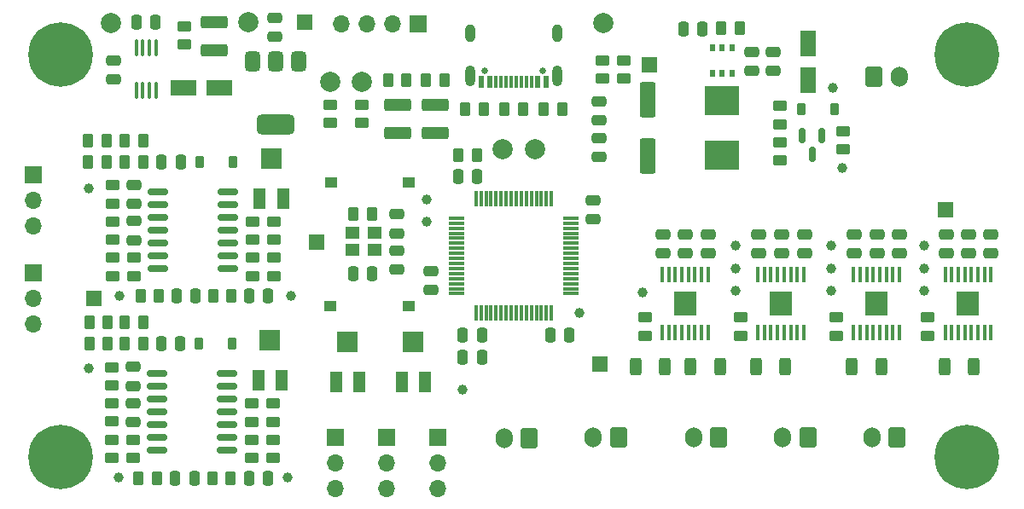
<source format=gbr>
%TF.GenerationSoftware,KiCad,Pcbnew,8.0.1*%
%TF.CreationDate,2024-05-16T21:36:52+02:00*%
%TF.ProjectId,OpenHand_v2,4f70656e-4861-46e6-945f-76322e6b6963,rev?*%
%TF.SameCoordinates,Original*%
%TF.FileFunction,Soldermask,Top*%
%TF.FilePolarity,Negative*%
%FSLAX46Y46*%
G04 Gerber Fmt 4.6, Leading zero omitted, Abs format (unit mm)*
G04 Created by KiCad (PCBNEW 8.0.1) date 2024-05-16 21:36:52*
%MOMM*%
%LPD*%
G01*
G04 APERTURE LIST*
G04 Aperture macros list*
%AMRoundRect*
0 Rectangle with rounded corners*
0 $1 Rounding radius*
0 $2 $3 $4 $5 $6 $7 $8 $9 X,Y pos of 4 corners*
0 Add a 4 corners polygon primitive as box body*
4,1,4,$2,$3,$4,$5,$6,$7,$8,$9,$2,$3,0*
0 Add four circle primitives for the rounded corners*
1,1,$1+$1,$2,$3*
1,1,$1+$1,$4,$5*
1,1,$1+$1,$6,$7*
1,1,$1+$1,$8,$9*
0 Add four rect primitives between the rounded corners*
20,1,$1+$1,$2,$3,$4,$5,0*
20,1,$1+$1,$4,$5,$6,$7,0*
20,1,$1+$1,$6,$7,$8,$9,0*
20,1,$1+$1,$8,$9,$2,$3,0*%
G04 Aperture macros list end*
%ADD10C,1.000000*%
%ADD11RoundRect,0.250000X0.450000X-0.262500X0.450000X0.262500X-0.450000X0.262500X-0.450000X-0.262500X0*%
%ADD12RoundRect,0.250000X0.250000X0.475000X-0.250000X0.475000X-0.250000X-0.475000X0.250000X-0.475000X0*%
%ADD13C,0.800000*%
%ADD14C,6.400000*%
%ADD15RoundRect,0.250000X-0.475000X0.250000X-0.475000X-0.250000X0.475000X-0.250000X0.475000X0.250000X0*%
%ADD16RoundRect,0.250000X-0.250000X-0.475000X0.250000X-0.475000X0.250000X0.475000X-0.250000X0.475000X0*%
%ADD17RoundRect,0.250000X-0.450000X0.262500X-0.450000X-0.262500X0.450000X-0.262500X0.450000X0.262500X0*%
%ADD18RoundRect,0.250000X0.600000X0.750000X-0.600000X0.750000X-0.600000X-0.750000X0.600000X-0.750000X0*%
%ADD19O,1.700000X2.000000*%
%ADD20RoundRect,0.250000X-0.312500X-0.625000X0.312500X-0.625000X0.312500X0.625000X-0.312500X0.625000X0*%
%ADD21C,2.000000*%
%ADD22R,2.310000X2.460000*%
%ADD23RoundRect,0.100000X0.100000X-0.687500X0.100000X0.687500X-0.100000X0.687500X-0.100000X-0.687500X0*%
%ADD24RoundRect,0.250000X-0.262500X-0.450000X0.262500X-0.450000X0.262500X0.450000X-0.262500X0.450000X0*%
%ADD25RoundRect,0.250000X-1.075000X0.375000X-1.075000X-0.375000X1.075000X-0.375000X1.075000X0.375000X0*%
%ADD26R,1.500000X1.500000*%
%ADD27R,1.300000X2.000000*%
%ADD28R,2.000000X2.000000*%
%ADD29R,1.700000X1.700000*%
%ADD30O,1.700000X1.700000*%
%ADD31RoundRect,0.250000X0.475000X-0.250000X0.475000X0.250000X-0.475000X0.250000X-0.475000X-0.250000X0*%
%ADD32R,1.250000X1.000000*%
%ADD33RoundRect,0.225000X-0.225000X-0.375000X0.225000X-0.375000X0.225000X0.375000X-0.225000X0.375000X0*%
%ADD34RoundRect,0.250000X0.550000X-1.050000X0.550000X1.050000X-0.550000X1.050000X-0.550000X-1.050000X0*%
%ADD35RoundRect,0.100000X-0.100000X0.712500X-0.100000X-0.712500X0.100000X-0.712500X0.100000X0.712500X0*%
%ADD36RoundRect,0.150000X-0.837500X-0.150000X0.837500X-0.150000X0.837500X0.150000X-0.837500X0.150000X0*%
%ADD37RoundRect,0.250000X0.262500X0.450000X-0.262500X0.450000X-0.262500X-0.450000X0.262500X-0.450000X0*%
%ADD38RoundRect,0.250000X-0.600000X-0.750000X0.600000X-0.750000X0.600000X0.750000X-0.600000X0.750000X0*%
%ADD39RoundRect,0.375000X-0.375000X0.625000X-0.375000X-0.625000X0.375000X-0.625000X0.375000X0.625000X0*%
%ADD40RoundRect,0.500000X-1.400000X0.500000X-1.400000X-0.500000X1.400000X-0.500000X1.400000X0.500000X0*%
%ADD41R,3.500000X2.950000*%
%ADD42RoundRect,0.250000X0.550000X-1.500000X0.550000X1.500000X-0.550000X1.500000X-0.550000X-1.500000X0*%
%ADD43RoundRect,0.250000X0.312500X0.625000X-0.312500X0.625000X-0.312500X-0.625000X0.312500X-0.625000X0*%
%ADD44C,0.650000*%
%ADD45R,0.600000X1.240000*%
%ADD46R,0.300000X1.240000*%
%ADD47O,1.000000X2.100000*%
%ADD48O,1.000000X1.800000*%
%ADD49RoundRect,0.150000X-0.150000X0.587500X-0.150000X-0.587500X0.150000X-0.587500X0.150000X0.587500X0*%
%ADD50R,1.400000X1.200000*%
%ADD51R,0.549999X0.800001*%
%ADD52RoundRect,0.250000X-1.050000X-0.550000X1.050000X-0.550000X1.050000X0.550000X-1.050000X0.550000X0*%
%ADD53RoundRect,0.075000X-0.700000X-0.075000X0.700000X-0.075000X0.700000X0.075000X-0.700000X0.075000X0*%
%ADD54RoundRect,0.075000X-0.075000X-0.700000X0.075000X-0.700000X0.075000X0.700000X-0.075000X0.700000X0*%
G04 APERTURE END LIST*
D10*
%TO.C,TP15*%
X182600000Y-116300000D03*
%TD*%
D11*
%TO.C,R46*%
X182000000Y-132912500D03*
X182000000Y-131087500D03*
%TD*%
D12*
%TO.C,C29*%
X125650000Y-129000000D03*
X123750000Y-129000000D03*
%TD*%
D13*
%TO.C,H4*%
X192600000Y-145000000D03*
X193302944Y-143302944D03*
X193302944Y-146697056D03*
X195000000Y-142600000D03*
D14*
X195000000Y-145000000D03*
D13*
X195000000Y-147400000D03*
X196697056Y-143302944D03*
X196697056Y-146697056D03*
X197400000Y-145000000D03*
%TD*%
D15*
%TO.C,C32*%
X183800000Y-122850000D03*
X183800000Y-124750000D03*
%TD*%
D10*
%TO.C,TP20*%
X107800000Y-118300000D03*
%TD*%
D16*
%TO.C,C13*%
X166850000Y-102425000D03*
X168750000Y-102425000D03*
%TD*%
D17*
%TO.C,R20*%
X110100000Y-136037500D03*
X110100000Y-137862500D03*
%TD*%
D10*
%TO.C,TP25*%
X110800000Y-147000000D03*
%TD*%
D18*
%TO.C,J1*%
X170350000Y-143035000D03*
D19*
X167850000Y-143035000D03*
%TD*%
D12*
%TO.C,C27*%
X118450000Y-129000000D03*
X116550000Y-129000000D03*
%TD*%
D15*
%TO.C,C5*%
X157900000Y-119450001D03*
X157900000Y-121349999D03*
%TD*%
D10*
%TO.C,TP34*%
X190750000Y-126250000D03*
%TD*%
D12*
%TO.C,C20*%
X114450000Y-101800000D03*
X112550000Y-101800000D03*
%TD*%
D20*
%TO.C,R48*%
X183537500Y-136000000D03*
X186462500Y-136000000D03*
%TD*%
D21*
%TO.C,TP18*%
X110000000Y-101900000D03*
%TD*%
D15*
%TO.C,C35*%
X178900000Y-122850000D03*
X178900000Y-124750000D03*
%TD*%
D21*
%TO.C,TP17*%
X158850000Y-101850000D03*
%TD*%
D11*
%TO.C,R31*%
X110100000Y-141450000D03*
X110100000Y-139625000D03*
%TD*%
D22*
%TO.C,U10*%
X167000000Y-129750000D03*
D23*
X164725000Y-132612500D03*
X165375000Y-132612500D03*
X166025000Y-132612500D03*
X166675000Y-132612500D03*
X167325000Y-132612500D03*
X167975000Y-132612500D03*
X168625000Y-132612500D03*
X169275000Y-132612500D03*
X169275000Y-126887500D03*
X168625000Y-126887500D03*
X167975000Y-126887500D03*
X167325000Y-126887500D03*
X166675000Y-126887500D03*
X166025000Y-126887500D03*
X165375000Y-126887500D03*
X164725000Y-126887500D03*
%TD*%
D11*
%TO.C,R45*%
X172500000Y-132912500D03*
X172500000Y-131087500D03*
%TD*%
D24*
%TO.C,R35*%
X120175000Y-129000000D03*
X122000000Y-129000000D03*
%TD*%
D21*
%TO.C,TP12*%
X134957500Y-107705000D03*
%TD*%
D25*
%TO.C,D4*%
X120300000Y-101800000D03*
X120300000Y-104600000D03*
%TD*%
D26*
%TO.C,TP6*%
X108350000Y-129200000D03*
%TD*%
D27*
%TO.C,RV1*%
X141200000Y-137500000D03*
D28*
X140050000Y-133500000D03*
D27*
X138900000Y-137500000D03*
%TD*%
D17*
%TO.C,R40*%
X124000000Y-139637500D03*
X124000000Y-141462500D03*
%TD*%
D15*
%TO.C,C15*%
X158500000Y-113275000D03*
X158500000Y-115175000D03*
%TD*%
D17*
%TO.C,R41*%
X124100000Y-125187500D03*
X124100000Y-127012500D03*
%TD*%
D13*
%TO.C,H1*%
X102600000Y-105000000D03*
X103302944Y-103302944D03*
X103302944Y-106697056D03*
X105000000Y-102600000D03*
D14*
X105000000Y-105000000D03*
D13*
X105000000Y-107400000D03*
X106697056Y-103302944D03*
X106697056Y-106697056D03*
X107400000Y-105000000D03*
%TD*%
D10*
%TO.C,TP23*%
X127600000Y-147000000D03*
%TD*%
%TO.C,TP1*%
X144900000Y-138300000D03*
%TD*%
D24*
%TO.C,R1*%
X152987500Y-110400000D03*
X154812500Y-110400000D03*
%TD*%
D26*
%TO.C,TP11*%
X163500000Y-106000000D03*
%TD*%
D11*
%TO.C,R49*%
X191100000Y-132912500D03*
X191100000Y-131087500D03*
%TD*%
D15*
%TO.C,C37*%
X192900000Y-122850000D03*
X192900000Y-124750000D03*
%TD*%
D11*
%TO.C,R37*%
X126100000Y-141462500D03*
X126100000Y-139637500D03*
%TD*%
D12*
%TO.C,C30*%
X125650000Y-147050000D03*
X123750000Y-147050000D03*
%TD*%
%TO.C,C4*%
X155499998Y-132900000D03*
X153600000Y-132900000D03*
%TD*%
D29*
%TO.C,J13*%
X142500000Y-143000000D03*
D30*
X142500000Y-145540000D03*
X142500000Y-148080000D03*
%TD*%
D12*
%TO.C,C3*%
X146850000Y-132899999D03*
X144950000Y-132900001D03*
%TD*%
D31*
%TO.C,C17*%
X110300000Y-107500000D03*
X110300000Y-105600000D03*
%TD*%
D32*
%TO.C,SW1*%
X131825000Y-130000000D03*
X139575000Y-130000000D03*
%TD*%
D24*
%TO.C,R36*%
X120087500Y-147050000D03*
X121912500Y-147050000D03*
%TD*%
D16*
%TO.C,C2*%
X144500002Y-117100000D03*
X146400000Y-117100000D03*
%TD*%
D31*
%TO.C,C18*%
X126300000Y-103250000D03*
X126300000Y-101350000D03*
%TD*%
D21*
%TO.C,TP3*%
X148900000Y-114400000D03*
%TD*%
D33*
%TO.C,D3*%
X178525000Y-110452500D03*
X181825000Y-110452500D03*
%TD*%
D31*
%TO.C,C6*%
X141800000Y-128400000D03*
X141800000Y-126500000D03*
%TD*%
D11*
%TO.C,R11*%
X176400000Y-115512500D03*
X176400000Y-113687500D03*
%TD*%
D20*
%TO.C,R51*%
X162075000Y-136000000D03*
X165000000Y-136000000D03*
%TD*%
D15*
%TO.C,C42*%
X169300000Y-122850000D03*
X169300000Y-124750000D03*
%TD*%
D18*
%TO.C,J7*%
X151550000Y-143067500D03*
D19*
X149050000Y-143067500D03*
%TD*%
D34*
%TO.C,C10*%
X179200000Y-107525000D03*
X179200000Y-103925000D03*
%TD*%
D31*
%TO.C,C12*%
X173600000Y-106625000D03*
X173600000Y-104725000D03*
%TD*%
D11*
%TO.C,R38*%
X126200000Y-123412500D03*
X126200000Y-121587500D03*
%TD*%
D29*
%TO.C,J12*%
X140530000Y-102000000D03*
D30*
X137990000Y-102000000D03*
X135450000Y-102000000D03*
X132910000Y-102000000D03*
%TD*%
D33*
%TO.C,D6*%
X118750000Y-133750000D03*
X122050000Y-133750000D03*
%TD*%
D17*
%TO.C,R15*%
X117300000Y-102187500D03*
X117300000Y-104012500D03*
%TD*%
D35*
%TO.C,U4*%
X114500000Y-104337500D03*
X113850000Y-104337500D03*
X113200000Y-104337500D03*
X112550000Y-104337500D03*
X112550000Y-108562500D03*
X113200000Y-108562500D03*
X113850000Y-108562500D03*
X114500000Y-108562500D03*
%TD*%
D36*
%TO.C,U5*%
X114700000Y-118650000D03*
X114700000Y-119920000D03*
X114700000Y-121190000D03*
X114700000Y-122460000D03*
X114700000Y-123730000D03*
X114700000Y-125000000D03*
X114700000Y-126270000D03*
X121625000Y-126270000D03*
X121625000Y-125000000D03*
X121625000Y-123730000D03*
X121625000Y-122460000D03*
X121625000Y-121190000D03*
X121625000Y-119920000D03*
X121625000Y-118650000D03*
%TD*%
D29*
%TO.C,J11*%
X102300000Y-126700000D03*
D30*
X102300000Y-129240000D03*
X102300000Y-131780000D03*
%TD*%
D17*
%TO.C,R16*%
X160900000Y-105587500D03*
X160900000Y-107412500D03*
%TD*%
D12*
%TO.C,C1*%
X135950000Y-126800000D03*
X134050000Y-126800000D03*
%TD*%
D37*
%TO.C,R9*%
X146362501Y-115000000D03*
X144537501Y-115000000D03*
%TD*%
D24*
%TO.C,R6*%
X134087500Y-120800000D03*
X135912500Y-120800000D03*
%TD*%
D37*
%TO.C,R22*%
X109712500Y-131600000D03*
X107887500Y-131600000D03*
%TD*%
D15*
%TO.C,C31*%
X174300000Y-122850000D03*
X174300000Y-124750000D03*
%TD*%
D22*
%TO.C,U8*%
X186000000Y-129750000D03*
D23*
X183725000Y-132612500D03*
X184375000Y-132612500D03*
X185025000Y-132612500D03*
X185675000Y-132612500D03*
X186325000Y-132612500D03*
X186975000Y-132612500D03*
X187625000Y-132612500D03*
X188275000Y-132612500D03*
X188275000Y-126887500D03*
X187625000Y-126887500D03*
X186975000Y-126887500D03*
X186325000Y-126887500D03*
X185675000Y-126887500D03*
X185025000Y-126887500D03*
X184375000Y-126887500D03*
X183725000Y-126887500D03*
%TD*%
D15*
%TO.C,C25*%
X112200000Y-136000000D03*
X112200000Y-137900000D03*
%TD*%
D12*
%TO.C,C28*%
X118300000Y-147050000D03*
X116400000Y-147050000D03*
%TD*%
D27*
%TO.C,RV3*%
X127100000Y-119300000D03*
D28*
X125950000Y-115300000D03*
D27*
X124800000Y-119300000D03*
%TD*%
D12*
%TO.C,C22*%
X116900000Y-133750000D03*
X115000000Y-133750000D03*
%TD*%
D22*
%TO.C,U9*%
X195080000Y-129750000D03*
D23*
X192805000Y-132612500D03*
X193455000Y-132612500D03*
X194105000Y-132612500D03*
X194755000Y-132612500D03*
X195405000Y-132612500D03*
X196055000Y-132612500D03*
X196705000Y-132612500D03*
X197355000Y-132612500D03*
X197355000Y-126887500D03*
X196705000Y-126887500D03*
X196055000Y-126887500D03*
X195405000Y-126887500D03*
X194755000Y-126887500D03*
X194105000Y-126887500D03*
X193455000Y-126887500D03*
X192805000Y-126887500D03*
%TD*%
D15*
%TO.C,C34*%
X186100000Y-122850000D03*
X186100000Y-124750000D03*
%TD*%
D37*
%TO.C,R2*%
X147012500Y-110400000D03*
X145187500Y-110400000D03*
%TD*%
D31*
%TO.C,C8*%
X138400000Y-122749999D03*
X138400000Y-120850001D03*
%TD*%
D11*
%TO.C,R28*%
X110200000Y-123412500D03*
X110200000Y-121587500D03*
%TD*%
D17*
%TO.C,R34*%
X110100000Y-143237500D03*
X110100000Y-145062500D03*
%TD*%
D27*
%TO.C,RV2*%
X134650000Y-137500000D03*
D28*
X133500000Y-133500000D03*
D27*
X132350000Y-137500000D03*
%TD*%
D15*
%TO.C,C24*%
X112300000Y-121550000D03*
X112300000Y-123450000D03*
%TD*%
D27*
%TO.C,RV4*%
X126950000Y-137350000D03*
D28*
X125800000Y-133350000D03*
D27*
X124650000Y-137350000D03*
%TD*%
D29*
%TO.C,J4*%
X132340000Y-143000000D03*
D30*
X132340000Y-145540000D03*
X132340000Y-148080000D03*
%TD*%
D11*
%TO.C,R10*%
X176400000Y-111912500D03*
X176400000Y-110087500D03*
%TD*%
D20*
%TO.C,R52*%
X192737500Y-136000000D03*
X195662500Y-136000000D03*
%TD*%
D15*
%TO.C,C26*%
X112200000Y-139600000D03*
X112200000Y-141500000D03*
%TD*%
D24*
%TO.C,R26*%
X112787500Y-147050000D03*
X114612500Y-147050000D03*
%TD*%
D36*
%TO.C,U6*%
X114637500Y-136700000D03*
X114637500Y-137970000D03*
X114637500Y-139240000D03*
X114637500Y-140510000D03*
X114637500Y-141780000D03*
X114637500Y-143050000D03*
X114637500Y-144320000D03*
X121562500Y-144320000D03*
X121562500Y-143050000D03*
X121562500Y-141780000D03*
X121562500Y-140510000D03*
X121562500Y-139240000D03*
X121562500Y-137970000D03*
X121562500Y-136700000D03*
%TD*%
D38*
%TO.C,J3*%
X185750000Y-107232500D03*
D19*
X188250000Y-107232500D03*
%TD*%
D10*
%TO.C,TP31*%
X181500000Y-124000000D03*
%TD*%
%TO.C,TP24*%
X110900000Y-129000000D03*
%TD*%
D17*
%TO.C,R39*%
X124100000Y-121587500D03*
X124100000Y-123412500D03*
%TD*%
D10*
%TO.C,TP35*%
X190750000Y-124000000D03*
%TD*%
D37*
%TO.C,R3*%
X150912500Y-110400000D03*
X149087500Y-110400000D03*
%TD*%
D31*
%TO.C,C16*%
X158500000Y-111525000D03*
X158500000Y-109625000D03*
%TD*%
D15*
%TO.C,C9*%
X138400000Y-124450001D03*
X138400000Y-126349999D03*
%TD*%
D31*
%TO.C,C11*%
X175700000Y-106625000D03*
X175700000Y-104725000D03*
%TD*%
D10*
%TO.C,TP33*%
X162800000Y-128600000D03*
%TD*%
%TO.C,TP30*%
X172000000Y-124000000D03*
%TD*%
D39*
%TO.C,U3*%
X128700000Y-105650000D03*
X126400000Y-105650000D03*
D40*
X126400000Y-111950000D03*
D39*
X124100000Y-105650000D03*
%TD*%
D37*
%TO.C,R30*%
X113225000Y-133750000D03*
X111400000Y-133750000D03*
%TD*%
D41*
%TO.C,L1*%
X170700000Y-109575000D03*
X170700000Y-115025000D03*
%TD*%
D42*
%TO.C,C14*%
X163300000Y-115100000D03*
X163300000Y-109500000D03*
%TD*%
D17*
%TO.C,R5*%
X134957500Y-109992500D03*
X134957500Y-111817500D03*
%TD*%
D10*
%TO.C,TP32*%
X190750000Y-128450000D03*
%TD*%
D17*
%TO.C,R29*%
X112300000Y-125175000D03*
X112300000Y-127000000D03*
%TD*%
D24*
%TO.C,R12*%
X170587500Y-102400000D03*
X172412500Y-102400000D03*
%TD*%
D37*
%TO.C,R27*%
X113225000Y-115700000D03*
X111400000Y-115700000D03*
%TD*%
D21*
%TO.C,TP13*%
X131757500Y-107705000D03*
%TD*%
D17*
%TO.C,R33*%
X110200000Y-125162500D03*
X110200000Y-126987500D03*
%TD*%
D43*
%TO.C,R53*%
X170462500Y-136000000D03*
X167537500Y-136000000D03*
%TD*%
D20*
%TO.C,R47*%
X174037500Y-136000000D03*
X176962500Y-136000000D03*
%TD*%
D13*
%TO.C,H3*%
X102600000Y-145000000D03*
X103302944Y-143302944D03*
X103302944Y-146697056D03*
X105000000Y-142600000D03*
D14*
X105000000Y-145000000D03*
D13*
X105000000Y-147400000D03*
X106697056Y-143302944D03*
X106697056Y-146697056D03*
X107400000Y-145000000D03*
%TD*%
D29*
%TO.C,J9*%
X137420000Y-143000000D03*
D30*
X137420000Y-145540000D03*
X137420000Y-148080000D03*
%TD*%
D21*
%TO.C,TP2*%
X152100000Y-114400000D03*
%TD*%
D37*
%TO.C,R23*%
X109612500Y-115700000D03*
X107787500Y-115700000D03*
%TD*%
D44*
%TO.C,J5*%
X152890000Y-106605000D03*
X147110000Y-106605000D03*
D45*
X153200000Y-107725000D03*
X152400000Y-107725000D03*
D46*
X151250000Y-107725000D03*
X150250000Y-107725000D03*
X149750000Y-107725000D03*
X148750000Y-107725000D03*
D45*
X147600000Y-107725000D03*
X146800000Y-107725000D03*
X146800000Y-107725000D03*
X147600000Y-107725000D03*
D46*
X148250000Y-107725000D03*
X149250000Y-107725000D03*
X150750000Y-107725000D03*
X151750000Y-107725000D03*
D45*
X152400000Y-107725000D03*
X153200000Y-107725000D03*
D47*
X154320000Y-107125000D03*
D48*
X154320000Y-102925000D03*
D47*
X145680000Y-107125000D03*
D48*
X145680000Y-102925000D03*
%TD*%
D10*
%TO.C,TP27*%
X181500000Y-128500000D03*
%TD*%
D25*
%TO.C,D1*%
X142250000Y-110000000D03*
X142250000Y-112800000D03*
%TD*%
D15*
%TO.C,C23*%
X112300000Y-117950000D03*
X112300000Y-119850000D03*
%TD*%
D17*
%TO.C,R4*%
X131757500Y-109992500D03*
X131757500Y-111817500D03*
%TD*%
D12*
%TO.C,C21*%
X116950000Y-115700000D03*
X115050000Y-115700000D03*
%TD*%
D37*
%TO.C,R19*%
X113225000Y-131600000D03*
X111400000Y-131600000D03*
%TD*%
D32*
%TO.C,SW2*%
X139600000Y-117687500D03*
X131850000Y-117687500D03*
%TD*%
D49*
%TO.C,Q1*%
X180550000Y-113075000D03*
X178650000Y-113075000D03*
X179600000Y-114950000D03*
%TD*%
D22*
%TO.C,U7*%
X176500000Y-129750000D03*
D23*
X174225000Y-132612500D03*
X174875000Y-132612500D03*
X175525000Y-132612500D03*
X176175000Y-132612500D03*
X176825000Y-132612500D03*
X177475000Y-132612500D03*
X178125000Y-132612500D03*
X178775000Y-132612500D03*
X178775000Y-126887500D03*
X178125000Y-126887500D03*
X177475000Y-126887500D03*
X176825000Y-126887500D03*
X176175000Y-126887500D03*
X175525000Y-126887500D03*
X174875000Y-126887500D03*
X174225000Y-126887500D03*
%TD*%
D17*
%TO.C,R42*%
X124000000Y-143237500D03*
X124000000Y-145062500D03*
%TD*%
%TO.C,R32*%
X112200000Y-143237500D03*
X112200000Y-145062500D03*
%TD*%
D37*
%TO.C,R17*%
X113225000Y-113600000D03*
X111400000Y-113600000D03*
%TD*%
D18*
%TO.C,J2*%
X179200000Y-143035000D03*
D19*
X176700000Y-143035000D03*
%TD*%
D10*
%TO.C,TP22*%
X127900000Y-129000000D03*
%TD*%
D29*
%TO.C,J8*%
X102300000Y-116945000D03*
D30*
X102300000Y-119485000D03*
X102300000Y-122025000D03*
%TD*%
D18*
%TO.C,J6*%
X188050000Y-143035000D03*
D19*
X185550000Y-143035000D03*
%TD*%
D10*
%TO.C,TP14*%
X156500000Y-130700000D03*
%TD*%
D26*
%TO.C,TP8*%
X192850000Y-120400000D03*
%TD*%
D37*
%TO.C,R7*%
X143117500Y-107505000D03*
X141292500Y-107505000D03*
%TD*%
D13*
%TO.C,H2*%
X192600000Y-105000000D03*
X193302944Y-103302944D03*
X193302944Y-106697056D03*
X195000000Y-102600000D03*
D14*
X195000000Y-105000000D03*
D13*
X195000000Y-107400000D03*
X196697056Y-103302944D03*
X196697056Y-106697056D03*
X197400000Y-105000000D03*
%TD*%
D26*
%TO.C,TP9*%
X130450000Y-123600000D03*
%TD*%
D17*
%TO.C,R44*%
X126100000Y-143250000D03*
X126100000Y-145075000D03*
%TD*%
D10*
%TO.C,TP26*%
X172000000Y-128500000D03*
%TD*%
D15*
%TO.C,C33*%
X176600000Y-122850000D03*
X176600000Y-124750000D03*
%TD*%
D10*
%TO.C,TP5*%
X141400000Y-121600000D03*
%TD*%
D37*
%TO.C,R21*%
X109612500Y-113600000D03*
X107787500Y-113600000D03*
%TD*%
D24*
%TO.C,R24*%
X112975000Y-129000000D03*
X114800000Y-129000000D03*
%TD*%
D50*
%TO.C,Y1*%
X136200000Y-122700000D03*
X134000000Y-122700000D03*
X134000000Y-124400000D03*
X136200000Y-124400000D03*
%TD*%
D17*
%TO.C,R43*%
X126200000Y-125187500D03*
X126200000Y-127012500D03*
%TD*%
D26*
%TO.C,TP10*%
X158550000Y-135700000D03*
%TD*%
D15*
%TO.C,C36*%
X188300000Y-122850000D03*
X188300000Y-124750000D03*
%TD*%
D10*
%TO.C,TP29*%
X181500000Y-126250000D03*
%TD*%
D21*
%TO.C,TP19*%
X123700000Y-101800000D03*
%TD*%
D25*
%TO.C,D2*%
X138500000Y-110000000D03*
X138500000Y-112800000D03*
%TD*%
D11*
%TO.C,R13*%
X158800000Y-107412500D03*
X158800000Y-105587500D03*
%TD*%
D15*
%TO.C,C40*%
X167050000Y-122850000D03*
X167050000Y-124750000D03*
%TD*%
D10*
%TO.C,TP28*%
X172000000Y-126250000D03*
%TD*%
D33*
%TO.C,D5*%
X118850000Y-115700000D03*
X122150000Y-115700000D03*
%TD*%
D15*
%TO.C,C41*%
X197300000Y-122850000D03*
X197300000Y-124750000D03*
%TD*%
D17*
%TO.C,R18*%
X110200000Y-117975000D03*
X110200000Y-119800000D03*
%TD*%
D15*
%TO.C,C39*%
X195100000Y-122850000D03*
X195100000Y-124750000D03*
%TD*%
D37*
%TO.C,R25*%
X109712500Y-133750000D03*
X107887500Y-133750000D03*
%TD*%
D51*
%TO.C,U2*%
X169749999Y-106900001D03*
X170700000Y-106900001D03*
X171649998Y-106900001D03*
X171649998Y-104350001D03*
X170700000Y-104350001D03*
X169749999Y-104350001D03*
%TD*%
D24*
%TO.C,R8*%
X137532500Y-107505000D03*
X139357500Y-107505000D03*
%TD*%
D11*
%TO.C,R14*%
X182700000Y-114412500D03*
X182700000Y-112587500D03*
%TD*%
D10*
%TO.C,TP16*%
X181700000Y-108300000D03*
%TD*%
D15*
%TO.C,C38*%
X164800000Y-122850000D03*
X164800000Y-124750000D03*
%TD*%
D52*
%TO.C,C19*%
X117200000Y-108300000D03*
X120800000Y-108300000D03*
%TD*%
D10*
%TO.C,TP4*%
X141400000Y-119400000D03*
%TD*%
D12*
%TO.C,C7*%
X146850000Y-135100000D03*
X144950000Y-135100000D03*
%TD*%
D18*
%TO.C,J10*%
X160400000Y-143035000D03*
D19*
X157900000Y-143035000D03*
%TD*%
D53*
%TO.C,U1*%
X144325000Y-121250001D03*
X144325000Y-121750000D03*
X144325000Y-122250000D03*
X144325000Y-122750000D03*
X144325000Y-123250000D03*
X144325000Y-123750001D03*
X144325000Y-124250000D03*
X144325000Y-124750000D03*
X144325000Y-125250000D03*
X144325000Y-125750000D03*
X144325000Y-126249999D03*
X144325000Y-126750000D03*
X144325000Y-127250000D03*
X144325000Y-127750000D03*
X144325000Y-128250000D03*
X144325000Y-128749999D03*
D54*
X146250001Y-130675000D03*
X146750000Y-130675000D03*
X147250000Y-130675000D03*
X147750000Y-130675000D03*
X148250000Y-130675000D03*
X148750001Y-130675000D03*
X149250000Y-130675000D03*
X149750000Y-130675000D03*
X150250000Y-130675000D03*
X150750000Y-130675000D03*
X151249999Y-130675000D03*
X151750000Y-130675000D03*
X152250000Y-130675000D03*
X152750000Y-130675000D03*
X153250000Y-130675000D03*
X153749999Y-130675000D03*
D53*
X155675000Y-128749999D03*
X155675000Y-128250000D03*
X155675000Y-127750000D03*
X155675000Y-127250000D03*
X155675000Y-126750000D03*
X155675000Y-126249999D03*
X155675000Y-125750000D03*
X155675000Y-125250000D03*
X155675000Y-124750000D03*
X155675000Y-124250000D03*
X155675000Y-123750001D03*
X155675000Y-123250000D03*
X155675000Y-122750000D03*
X155675000Y-122250000D03*
X155675000Y-121750000D03*
X155675000Y-121250001D03*
D54*
X153749999Y-119325000D03*
X153250000Y-119325000D03*
X152750000Y-119325000D03*
X152250000Y-119325000D03*
X151750000Y-119325000D03*
X151249999Y-119325000D03*
X150750000Y-119325000D03*
X150250000Y-119325000D03*
X149750000Y-119325000D03*
X149250000Y-119325000D03*
X148750001Y-119325000D03*
X148250000Y-119325000D03*
X147750000Y-119325000D03*
X147250000Y-119325000D03*
X146750000Y-119325000D03*
X146250001Y-119325000D03*
%TD*%
D10*
%TO.C,TP21*%
X107800000Y-136200000D03*
%TD*%
D26*
%TO.C,TP7*%
X129250000Y-101800000D03*
%TD*%
D11*
%TO.C,R50*%
X163000000Y-132912500D03*
X163000000Y-131087500D03*
%TD*%
M02*

</source>
